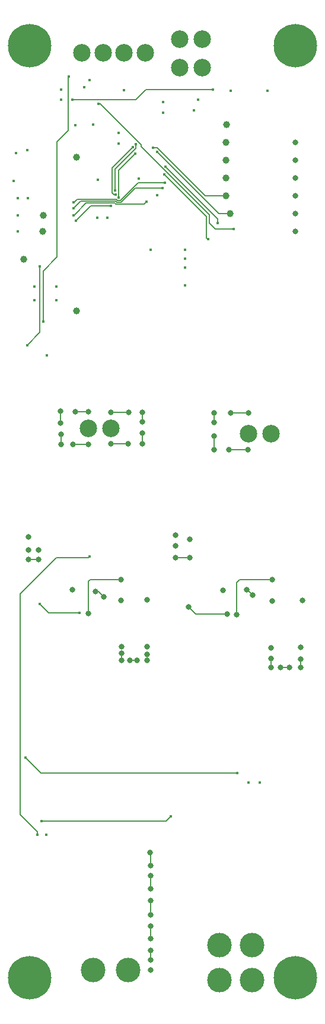
<source format=gbr>
G04 #@! TF.FileFunction,Copper,L4,Bot,Signal*
%FSLAX46Y46*%
G04 Gerber Fmt 4.6, Leading zero omitted, Abs format (unit mm)*
G04 Created by KiCad (PCBNEW 4.0.6) date 07/09/19 21:56:50*
%MOMM*%
%LPD*%
G01*
G04 APERTURE LIST*
%ADD10C,0.100000*%
%ADD11C,2.500000*%
%ADD12C,3.500000*%
%ADD13C,6.200000*%
%ADD14C,1.000000*%
%ADD15C,0.800000*%
%ADD16C,0.400000*%
%ADD17C,0.130000*%
G04 APERTURE END LIST*
D10*
D11*
X78150000Y-32550000D03*
X74950000Y-32550000D03*
X78150000Y-36600000D03*
X74950000Y-36600000D03*
D12*
X67600000Y-165400000D03*
X62600000Y-165400000D03*
X80650000Y-166800000D03*
X80650000Y-161800000D03*
X85300000Y-166800000D03*
X85300000Y-161800000D03*
D11*
X61900000Y-88050000D03*
X65100000Y-88050000D03*
X70000000Y-34450000D03*
X67000000Y-34450000D03*
X64000000Y-34450000D03*
X61000000Y-34450000D03*
D13*
X91500000Y-166500000D03*
X53500000Y-33500000D03*
X91500000Y-33500000D03*
X53500000Y-166500000D03*
D11*
X84750000Y-88800000D03*
X87950000Y-88800000D03*
D14*
X60250000Y-71350000D03*
X52700000Y-63950000D03*
X81550000Y-54900000D03*
X82150000Y-57400000D03*
X55500000Y-57700000D03*
X55400000Y-60000000D03*
X60200000Y-49400000D03*
X81550000Y-49800000D03*
X81550000Y-47300000D03*
X81600000Y-44750000D03*
X81550000Y-52350000D03*
D15*
X70750000Y-148650000D03*
X70800000Y-150450000D03*
X70800000Y-151950000D03*
X70800000Y-153750000D03*
X70800000Y-155500000D03*
X70800000Y-157500000D03*
X70800000Y-159150000D03*
X70800000Y-160850000D03*
X70800000Y-162550000D03*
X70800000Y-163900000D03*
X70800000Y-165400000D03*
X84650000Y-91150000D03*
X81950000Y-91150000D03*
X79850000Y-91150000D03*
X79850000Y-89150000D03*
X79850000Y-87250000D03*
X79850000Y-85900000D03*
X82200000Y-85900000D03*
X84750000Y-85900000D03*
X74350000Y-104850000D03*
X74350000Y-103300000D03*
X74350000Y-106500000D03*
X76400000Y-106500000D03*
X76400000Y-103900000D03*
X92450000Y-112600000D03*
X88150000Y-112700000D03*
X85400000Y-111900000D03*
X84550000Y-111100000D03*
X81100000Y-111150000D03*
X89350000Y-122200000D03*
X90650000Y-122200004D03*
X92250000Y-119350000D03*
X92250000Y-121000000D03*
X92250000Y-122200000D03*
X87950000Y-122200000D03*
X87950000Y-120900000D03*
X88000000Y-119400000D03*
X61900000Y-90350000D03*
X59700000Y-90350000D03*
X58000000Y-90350000D03*
X58000000Y-88900000D03*
X57950000Y-87300000D03*
X57950000Y-85650000D03*
X60050000Y-85700000D03*
X61900000Y-85700000D03*
X62900000Y-111400000D03*
X64100000Y-112150000D03*
X70250000Y-112550000D03*
X66550000Y-112650000D03*
X59600000Y-111100000D03*
X54800000Y-105450000D03*
X54800000Y-106750000D03*
X53350000Y-106750000D03*
X53350000Y-105400000D03*
X53350000Y-103600000D03*
X70300000Y-119200000D03*
X70300000Y-120300000D03*
X70300000Y-121200000D03*
X68850000Y-121200000D03*
X67800000Y-121200000D03*
X66650000Y-121150000D03*
X66650000Y-120200000D03*
X66650000Y-119200000D03*
D16*
X84800000Y-138650000D03*
X55900000Y-146100000D03*
X62550000Y-44750000D03*
X69145010Y-52400000D03*
X55963000Y-77700000D03*
X58000000Y-39700000D03*
X75700000Y-67680000D03*
X75700000Y-65140000D03*
X75700000Y-63870000D03*
X57300000Y-69800000D03*
X57300000Y-67800000D03*
X54200000Y-69800000D03*
X54200000Y-67800000D03*
D15*
X91450000Y-52360000D03*
X91450000Y-49820000D03*
X91450000Y-47280000D03*
D16*
X87500000Y-39900000D03*
X82250000Y-39900000D03*
X53300000Y-55200000D03*
X53200000Y-48400000D03*
X64650000Y-58000000D03*
X66250000Y-45900000D03*
X63300000Y-52600000D03*
X77600000Y-41188700D03*
X76950000Y-42700000D03*
X72550000Y-43050000D03*
X62050000Y-38400000D03*
X61300000Y-39350000D03*
X53149500Y-76200000D03*
X54950000Y-64950000D03*
X60650000Y-114400000D03*
X54950000Y-113100000D03*
D15*
X76200000Y-113550000D03*
X81750000Y-114600000D03*
X65100000Y-90250000D03*
X67600000Y-90250000D03*
X69600000Y-90250000D03*
X69600000Y-88750000D03*
X69600000Y-87150000D03*
X69600000Y-85750000D03*
X67650000Y-85750000D03*
X65100000Y-85750000D03*
X61900000Y-114450000D03*
X66550000Y-109650000D03*
D16*
X86400000Y-138650000D03*
X51250000Y-52800000D03*
X71717705Y-54775793D03*
X58000000Y-41200000D03*
X70800000Y-62600000D03*
X75700000Y-62600000D03*
X60050000Y-44800000D03*
D15*
X91450000Y-54900000D03*
X91450000Y-59980000D03*
X91450000Y-57440000D03*
D16*
X51800000Y-60000000D03*
X51800000Y-57700000D03*
X51550000Y-48750000D03*
X51800000Y-55200000D03*
X63150000Y-58000000D03*
X66250000Y-47400000D03*
X72550000Y-41550000D03*
X67000000Y-39850000D03*
X59804990Y-57716195D03*
X70200000Y-55755021D03*
X60132078Y-58440707D03*
X65100000Y-56350000D03*
X71150000Y-48050000D03*
X71700000Y-48600000D03*
X78971770Y-61065001D03*
X72750000Y-51800000D03*
X80350000Y-58800000D03*
X72929315Y-50770685D03*
X59804990Y-55850000D03*
X72850000Y-53000000D03*
X59804990Y-56630888D03*
X72500000Y-53800000D03*
X52950000Y-135100000D03*
X83200000Y-137250000D03*
X65750000Y-54150000D03*
X68700000Y-47550000D03*
X65816041Y-54675882D03*
X68260630Y-47980740D03*
X68605602Y-48863072D03*
X66250000Y-55150000D03*
X82650000Y-59650000D03*
X63350000Y-41750000D03*
X59650000Y-41200000D03*
X79650000Y-39750000D03*
X62100000Y-106350000D03*
X54600000Y-146100000D03*
D15*
X83100000Y-114650000D03*
X88150000Y-109700000D03*
D16*
X55450000Y-72800000D03*
X59100000Y-37850000D03*
X73650000Y-143460000D03*
X55250000Y-144100000D03*
D17*
X70800000Y-150450000D02*
X70800000Y-148700000D01*
X70800000Y-148700000D02*
X70750000Y-148650000D01*
X70800000Y-153750000D02*
X70800000Y-151950000D01*
X70800000Y-157500000D02*
X70800000Y-155500000D01*
X70800000Y-160850000D02*
X70800000Y-159150000D01*
X70800000Y-163334315D02*
X70800000Y-162550000D01*
X70800000Y-163900000D02*
X70800000Y-163334315D01*
X81950000Y-91150000D02*
X84650000Y-91150000D01*
X79850000Y-89150000D02*
X79850000Y-91150000D01*
X79850000Y-85900000D02*
X79850000Y-87250000D01*
X84750000Y-85900000D02*
X82200000Y-85900000D01*
X76400000Y-106500000D02*
X74350000Y-106500000D01*
X84550000Y-111100000D02*
X84600000Y-111100000D01*
X84600000Y-111100000D02*
X85400000Y-111900000D01*
X90650000Y-122200004D02*
X89350004Y-122200004D01*
X89350004Y-122200004D02*
X89350000Y-122200000D01*
X92250000Y-122200000D02*
X92250000Y-121000000D01*
X87950000Y-120900000D02*
X87950000Y-122200000D01*
X59700000Y-90350000D02*
X61900000Y-90350000D01*
X58000000Y-88900000D02*
X58000000Y-90350000D01*
X57950000Y-85650000D02*
X57950000Y-87300000D01*
X61900000Y-85700000D02*
X60050000Y-85700000D01*
X64100000Y-112150000D02*
X63350000Y-111400000D01*
X63350000Y-111400000D02*
X62900000Y-111400000D01*
X53350000Y-106750000D02*
X54800000Y-106750000D01*
X70300000Y-121200000D02*
X70300000Y-120300000D01*
X67800000Y-121200000D02*
X68850000Y-121200000D01*
X66650000Y-120200000D02*
X66650000Y-121150000D01*
X55000000Y-65282842D02*
X55000000Y-74349500D01*
X55000000Y-74349500D02*
X53149500Y-76200000D01*
X54950000Y-64950000D02*
X54950000Y-65232842D01*
X54950000Y-65232842D02*
X55000000Y-65282842D01*
X54950000Y-113100000D02*
X56250000Y-114400000D01*
X56250000Y-114400000D02*
X60650000Y-114400000D01*
X81750000Y-114600000D02*
X77250000Y-114600000D01*
X77250000Y-114600000D02*
X76200000Y-113550000D01*
X67600000Y-90250000D02*
X65100000Y-90250000D01*
X69600000Y-88750000D02*
X69600000Y-90250000D01*
X69600000Y-85750000D02*
X69600000Y-87150000D01*
X65100000Y-85750000D02*
X67650000Y-85750000D01*
X62150000Y-109650000D02*
X61900000Y-109900000D01*
X61900000Y-109900000D02*
X61900000Y-114450000D01*
X65170000Y-109650000D02*
X62150000Y-109650000D01*
X66550000Y-109650000D02*
X65170000Y-109650000D01*
X65694999Y-55915023D02*
X61606162Y-55915023D01*
X61606162Y-55915023D02*
X60004989Y-57516196D01*
X65844999Y-56065023D02*
X65694999Y-55915023D01*
X70200000Y-55755021D02*
X69889998Y-56065023D01*
X69889998Y-56065023D02*
X65844999Y-56065023D01*
X60004989Y-57516196D02*
X59804990Y-57716195D01*
X65100000Y-56350000D02*
X62222785Y-56350000D01*
X60332077Y-58240708D02*
X60132078Y-58440707D01*
X62222785Y-56350000D02*
X60332077Y-58240708D01*
X81550000Y-54900000D02*
X78600000Y-54900000D01*
X71750000Y-48050000D02*
X71432842Y-48050000D01*
X78600000Y-54900000D02*
X71750000Y-48050000D01*
X71432842Y-48050000D02*
X71150000Y-48050000D01*
X82150000Y-57400000D02*
X80500000Y-57400000D01*
X80500000Y-57400000D02*
X71700000Y-48600000D01*
X72750000Y-51800000D02*
X78771771Y-57821771D01*
X78771771Y-57821771D02*
X78771771Y-60865002D01*
X78771771Y-60865002D02*
X78971770Y-61065001D01*
X80350000Y-58517158D02*
X80350000Y-58800000D01*
X80350000Y-58191370D02*
X80350000Y-58517158D01*
X72929315Y-50770685D02*
X80350000Y-58191370D01*
X60004989Y-55650001D02*
X59804990Y-55850000D01*
X65910399Y-55395001D02*
X60259989Y-55395001D01*
X66489601Y-55545001D02*
X66060399Y-55545001D01*
X69034602Y-53000000D02*
X66489601Y-55545001D01*
X66060399Y-55545001D02*
X65910399Y-55395001D01*
X72850000Y-53000000D02*
X69034602Y-53000000D01*
X60259989Y-55395001D02*
X60004989Y-55650001D01*
X66597301Y-55805012D02*
X65952699Y-55805012D01*
X60780866Y-55655012D02*
X60004989Y-56430889D01*
X60004989Y-56430889D02*
X59804990Y-56630888D01*
X65952699Y-55805012D02*
X65802699Y-55655012D01*
X68602313Y-53800000D02*
X66597301Y-55805012D01*
X72500000Y-53800000D02*
X68602313Y-53800000D01*
X65802699Y-55655012D02*
X60780866Y-55655012D01*
X53149999Y-135299999D02*
X52950000Y-135100000D01*
X55100000Y-137250000D02*
X53149999Y-135299999D01*
X83200000Y-137250000D02*
X55100000Y-137250000D01*
X68700000Y-47550000D02*
X68700000Y-48100000D01*
X68700000Y-48100000D02*
X65750000Y-51050000D01*
X65750000Y-51050000D02*
X65750000Y-54150000D01*
X65533199Y-54675882D02*
X65816041Y-54675882D01*
X65304998Y-54447681D02*
X65533199Y-54675882D01*
X65304998Y-50936372D02*
X65304998Y-54447681D01*
X68260630Y-47980740D02*
X65304998Y-50936372D01*
X66250000Y-51218674D02*
X68405603Y-49063071D01*
X66250000Y-55150000D02*
X66250000Y-51218674D01*
X68405603Y-49063071D02*
X68605602Y-48863072D01*
X63632842Y-41750000D02*
X69460011Y-47577169D01*
X63350000Y-41750000D02*
X63632842Y-41750000D01*
X79154999Y-58754999D02*
X80050000Y-59650000D01*
X80050000Y-59650000D02*
X82367158Y-59650000D01*
X79154999Y-57554999D02*
X79154999Y-58754999D01*
X69460011Y-47860011D02*
X79154999Y-57554999D01*
X69460011Y-47577169D02*
X69460011Y-47860011D01*
X82367158Y-59650000D02*
X82650000Y-59650000D01*
X70100000Y-39750000D02*
X68650000Y-41200000D01*
X68650000Y-41200000D02*
X59650000Y-41200000D01*
X79650000Y-39750000D02*
X70100000Y-39750000D01*
X54600000Y-146100000D02*
X54600000Y-145620000D01*
X54600000Y-145620000D02*
X52200000Y-143220000D01*
X61900001Y-106549999D02*
X62100000Y-106350000D01*
X52200000Y-143220000D02*
X52200000Y-111700000D01*
X52200000Y-111700000D02*
X57350001Y-106549999D01*
X57350001Y-106549999D02*
X61900001Y-106549999D01*
X83500000Y-109700000D02*
X83100000Y-110100000D01*
X83100000Y-110100000D02*
X83100000Y-114650000D01*
X86770000Y-109700000D02*
X83500000Y-109700000D01*
X88150000Y-109700000D02*
X86770000Y-109700000D01*
X59100000Y-37850000D02*
X59000000Y-37950000D01*
X59000000Y-37950000D02*
X59000000Y-45600000D01*
X59000000Y-45600000D02*
X57450000Y-47150000D01*
X57450000Y-47150000D02*
X57450000Y-63600000D01*
X57450000Y-63600000D02*
X55450000Y-65600000D01*
X55450000Y-65600000D02*
X55450000Y-72800000D01*
X55250000Y-144100000D02*
X73010000Y-144100000D01*
X73010000Y-144100000D02*
X73650000Y-143460000D01*
M02*

</source>
